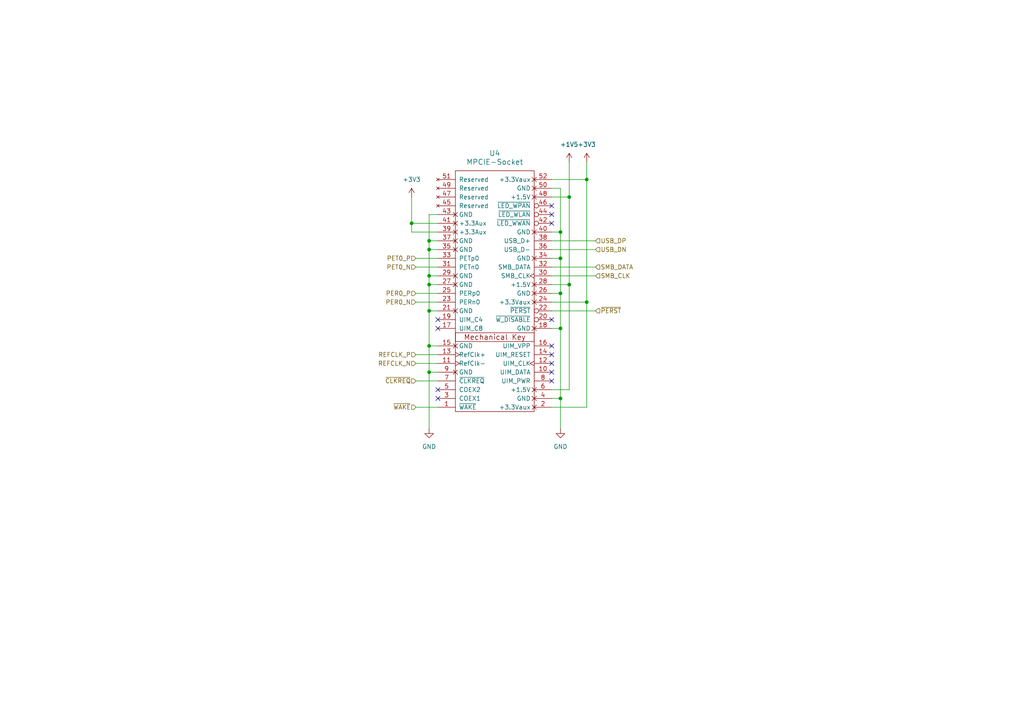
<source format=kicad_sch>
(kicad_sch (version 20250114) (generator "eeschema") (generator_version "9.0")
  (paper "A4")
  (lib_symbols
    (symbol "power:+1V5" (power) (pin_numbers (hide yes)) (pin_names (offset 0) (hide yes))
      (property "Value" "+1V5" (at 0 3.556 0))
      (symbol "+1V5_0_1"
        (polyline (pts (xy -0.762 1.27) (xy 0 2.54)))
        (polyline (pts (xy 0 2.54) (xy 0.762 1.27)))
        (polyline (pts (xy 0 0) (xy 0 2.54)))
      )
      (symbol "+1V5_1_1"
        (pin power_in line (at 0 0 90) (length 0) (name "~") (number "1"))
      )
    )
    (symbol "power:+3V3" (power) (pin_numbers (hide yes)) (pin_names (offset 0) (hide yes))
      (property "Value" "+3V3" (at 0 3.556 0))
      (symbol "+3V3_0_1"
        (polyline (pts (xy -0.762 1.27) (xy 0 2.54)))
        (polyline (pts (xy 0 2.54) (xy 0.762 1.27)))
        (polyline (pts (xy 0 0) (xy 0 2.54)))
      )
      (symbol "+3V3_1_1"
        (pin power_in line (at 0 0 90) (length 0) (name "~") (number "1"))
      )
    )
    (symbol "power:GND" (power) (pin_numbers (hide yes)) (pin_names (offset 0) (hide yes))
      (property "Value" "GND" (at 0 -3.81 0))
      (symbol "GND_0_1"
        (polyline (pts (xy 0 0) (xy 0 -1.27) (xy 1.27 -1.27) (xy 0 -2.54) (xy -1.27 -1.27) (xy 0 -1.27)))
      )
      (symbol "GND_1_1"
        (pin power_in line (at 0 0 270) (length 0) (name "~") (number "1"))
      )
    )
    (symbol "projlib:MPCIE-Socket" (pin_names (offset 1.016))
      (property "Reference" "U" (at -10.16 33.02 0))
      (property "Value" "MPCIE-Socket" (at 2.54 -39.37 0))
      (symbol "MPCIE-Socket_0_0"
        (text "Mechanical Key" (at 0 -16.51 0) (effects (font (size 1.524 1.524))))
      )
      (symbol "MPCIE-Socket_0_1"
        (rectangle (start -11.43 -15.24) (end 11.43 -17.78))
        (rectangle (start -11.43 -38.1) (end 11.43 31.75))
      )
      (symbol "MPCIE-Socket_1_1"
        (pin no_connect line (at -16.51 29.21 0) (length 5.08) (name "Reserved") (number "51"))
        (pin no_connect line (at -16.51 26.67 0) (length 5.08) (name "Reserved") (number "49"))
        (pin no_connect line (at -16.51 24.13 0) (length 5.08) (name "Reserved") (number "47"))
        (pin no_connect line (at -16.51 21.59 0) (length 5.08) (name "Reserved") (number "45"))
        (pin power_in non_logic (at -16.51 19.05 0) (length 5.08) (name "GND") (number "43"))
        (pin power_in non_logic (at -16.51 16.51 0) (length 5.08) (name "+3.3Aux") (number "41"))
        (pin power_in non_logic (at -16.51 13.97 0) (length 5.08) (name "+3.3Aux") (number "39"))
        (pin power_in non_logic (at -16.51 11.43 0) (length 5.08) (name "GND") (number "37"))
        (pin power_in non_logic (at -16.51 8.89 0) (length 5.08) (name "GND") (number "35"))
        (pin bidirectional line (at -16.51 6.35 0) (length 5.08) (name "PETp0") (number "33"))
        (pin bidirectional line (at -16.51 3.81 0) (length 5.08) (name "PETn0") (number "31"))
        (pin power_in non_logic (at -16.51 1.27 0) (length 5.08) (name "GND") (number "29"))
        (pin power_in non_logic (at -16.51 -1.27 0) (length 5.08) (name "GND") (number "27"))
        (pin bidirectional line (at -16.51 -3.81 0) (length 5.08) (name "PERp0") (number "25"))
        (pin bidirectional line (at -16.51 -6.35 0) (length 5.08) (name "PERn0") (number "23"))
        (pin power_in non_logic (at -16.51 -8.89 0) (length 5.08) (name "GND") (number "21"))
        (pin bidirectional line (at -16.51 -11.43 0) (length 5.08) (name "UIM_C4") (number "19"))
        (pin bidirectional line (at -16.51 -13.97 0) (length 5.08) (name "UIM_C8") (number "17"))
        (pin power_in non_logic (at -16.51 -19.05 0) (length 5.08) (name "GND") (number "15"))
        (pin input clock (at -16.51 -21.59 0) (length 5.08) (name "RefClk+") (number "13"))
        (pin input clock (at -16.51 -24.13 0) (length 5.08) (name "RefClk-") (number "11"))
        (pin power_in non_logic (at -16.51 -26.67 0) (length 5.08) (name "GND") (number "9"))
        (pin bidirectional line (at -16.51 -29.21 0) (length 5.08) (name "~{CLKREQ}") (number "7"))
        (pin bidirectional line (at -16.51 -31.75 0) (length 5.08) (name "COEX2") (number "5"))
        (pin bidirectional line (at -16.51 -34.29 0) (length 5.08) (name "COEX1") (number "3"))
        (pin bidirectional line (at -16.51 -36.83 0) (length 5.08) (name "~{WAKE}") (number "1"))
        (pin power_in non_logic (at 16.51 29.21 180) (length 5.08) (name "+3.3Vaux") (number "52"))
        (pin power_in non_logic (at 16.51 26.67 180) (length 5.08) (name "GND") (number "50"))
        (pin power_in non_logic (at 16.51 24.13 180) (length 5.08) (name "+1.5V") (number "48"))
        (pin bidirectional inverted (at 16.51 21.59 180) (length 5.08) (name "~{LED_WPAN}") (number "46"))
        (pin bidirectional inverted (at 16.51 19.05 180) (length 5.08) (name "~{LED_WLAN}") (number "44"))
        (pin bidirectional inverted (at 16.51 16.51 180) (length 5.08) (name "~{LED_WWAN}") (number "42"))
        (pin power_in non_logic (at 16.51 13.97 180) (length 5.08) (name "GND") (number "40"))
        (pin bidirectional line (at 16.51 11.43 180) (length 5.08) (name "USB_D+") (number "38"))
        (pin bidirectional line (at 16.51 8.89 180) (length 5.08) (name "USB_D-") (number "36"))
        (pin power_in non_logic (at 16.51 6.35 180) (length 5.08) (name "GND") (number "34"))
        (pin bidirectional line (at 16.51 3.81 180) (length 5.08) (name "SMB_DATA") (number "32"))
        (pin bidirectional clock (at 16.51 1.27 180) (length 5.08) (name "SMB_CLK") (number "30"))
        (pin power_in non_logic (at 16.51 -1.27 180) (length 5.08) (name "+1.5V") (number "28"))
        (pin power_in non_logic (at 16.51 -3.81 180) (length 5.08) (name "GND") (number "26"))
        (pin power_in non_logic (at 16.51 -6.35 180) (length 5.08) (name "+3.3Vaux") (number "24"))
        (pin bidirectional inverted (at 16.51 -8.89 180) (length 5.08) (name "~{PERST}") (number "22"))
        (pin bidirectional inverted (at 16.51 -11.43 180) (length 5.08) (name "~{W_DISABLE}") (number "20"))
        (pin power_in non_logic (at 16.51 -13.97 180) (length 5.08) (name "GND") (number "18"))
        (pin bidirectional line (at 16.51 -19.05 180) (length 5.08) (name "UIM_VPP") (number "16"))
        (pin bidirectional line (at 16.51 -21.59 180) (length 5.08) (name "UIM_RESET") (number "14"))
        (pin bidirectional clock (at 16.51 -24.13 180) (length 5.08) (name "UIM_CLK") (number "12"))
        (pin bidirectional line (at 16.51 -26.67 180) (length 5.08) (name "UIM_DATA") (number "10"))
        (pin bidirectional line (at 16.51 -29.21 180) (length 5.08) (name "UIM_PWR") (number "8"))
        (pin power_in non_logic (at 16.51 -31.75 180) (length 5.08) (name "+1.5V") (number "6"))
        (pin power_in non_logic (at 16.51 -34.29 180) (length 5.08) (name "GND") (number "4"))
        (pin power_in non_logic (at 16.51 -36.83 180) (length 5.08) (name "+3.3Vaux") (number "2"))
      )
    )
  )
  (junction (at 124.46 90.17))
  (junction (at 165.1 82.55))
  (junction (at 124.46 100.33))
  (junction (at 162.56 85.09))
  (junction (at 165.1 57.15))
  (junction (at 124.46 72.39))
  (junction (at 162.56 67.31))
  (junction (at 162.56 74.93))
  (junction (at 162.56 115.57))
  (junction (at 124.46 80.01))
  (junction (at 124.46 69.85))
  (junction (at 170.18 52.07))
  (junction (at 124.46 107.95))
  (junction (at 170.18 87.63))
  (junction (at 124.46 82.55))
  (junction (at 119.38 64.77))
  (junction (at 162.56 95.25))
  (no_connect (at 127 95.25))
  (no_connect (at 160.02 62.23))
  (no_connect (at 160.02 105.41))
  (no_connect (at 160.02 107.95))
  (no_connect (at 127 113.03))
  (no_connect (at 160.02 110.49))
  (no_connect (at 160.02 64.77))
  (no_connect (at 160.02 92.71))
  (no_connect (at 160.02 100.33))
  (no_connect (at 127 115.57))
  (no_connect (at 127 92.71))
  (no_connect (at 160.02 102.87))
  (no_connect (at 160.02 59.69))
  (wire (pts (xy 124.46 80.01) (xy 124.46 82.55)))
  (wire (pts (xy 124.46 107.95) (xy 124.46 124.46)))
  (wire (pts (xy 124.46 69.85) (xy 124.46 72.39)))
  (wire (pts (xy 162.56 85.09) (xy 162.56 95.25)))
  (wire (pts (xy 160.02 72.39) (xy 172.72 72.39)))
  (wire (pts (xy 160.02 85.09) (xy 162.56 85.09)))
  (wire (pts (xy 160.02 95.25) (xy 162.56 95.25)))
  (wire (pts (xy 160.02 57.15) (xy 165.1 57.15)))
  (wire (pts (xy 160.02 82.55) (xy 165.1 82.55)))
  (wire (pts (xy 127 62.23) (xy 124.46 62.23)))
  (wire (pts (xy 124.46 82.55) (xy 127 82.55)))
  (wire (pts (xy 120.65 77.47) (xy 127 77.47)))
  (wire (pts (xy 120.65 87.63) (xy 127 87.63)))
  (wire (pts (xy 162.56 95.25) (xy 162.56 115.57)))
  (wire (pts (xy 160.02 69.85) (xy 172.72 69.85)))
  (wire (pts (xy 170.18 87.63) (xy 170.18 52.07)))
  (wire (pts (xy 165.1 82.55) (xy 165.1 57.15)))
  (wire (pts (xy 120.65 118.11) (xy 127 118.11)))
  (wire (pts (xy 160.02 80.01) (xy 172.72 80.01)))
  (wire (pts (xy 120.65 74.93) (xy 127 74.93)))
  (wire (pts (xy 162.56 54.61) (xy 162.56 67.31)))
  (wire (pts (xy 160.02 115.57) (xy 162.56 115.57)))
  (wire (pts (xy 124.46 72.39) (xy 127 72.39)))
  (wire (pts (xy 170.18 52.07) (xy 170.18 46.99)))
  (wire (pts (xy 160.02 113.03) (xy 165.1 113.03)))
  (wire (pts (xy 124.46 80.01) (xy 127 80.01)))
  (wire (pts (xy 124.46 82.55) (xy 124.46 90.17)))
  (wire (pts (xy 120.65 85.09) (xy 127 85.09)))
  (wire (pts (xy 124.46 90.17) (xy 124.46 100.33)))
  (wire (pts (xy 162.56 115.57) (xy 162.56 124.46)))
  (wire (pts (xy 124.46 72.39) (xy 124.46 80.01)))
  (wire (pts (xy 119.38 64.77) (xy 127 64.77)))
  (wire (pts (xy 124.46 107.95) (xy 127 107.95)))
  (wire (pts (xy 165.1 57.15) (xy 165.1 46.99)))
  (wire (pts (xy 160.02 54.61) (xy 162.56 54.61)))
  (wire (pts (xy 124.46 90.17) (xy 127 90.17)))
  (wire (pts (xy 124.46 69.85) (xy 127 69.85)))
  (wire (pts (xy 165.1 113.03) (xy 165.1 82.55)))
  (wire (pts (xy 119.38 67.31) (xy 127 67.31)))
  (wire (pts (xy 162.56 74.93) (xy 162.56 85.09)))
  (wire (pts (xy 119.38 57.15) (xy 119.38 64.77)))
  (wire (pts (xy 124.46 100.33) (xy 124.46 107.95)))
  (wire (pts (xy 170.18 118.11) (xy 170.18 87.63)))
  (wire (pts (xy 124.46 62.23) (xy 124.46 69.85)))
  (wire (pts (xy 120.65 102.87) (xy 127 102.87)))
  (wire (pts (xy 160.02 74.93) (xy 162.56 74.93)))
  (wire (pts (xy 120.65 105.41) (xy 127 105.41)))
  (wire (pts (xy 162.56 67.31) (xy 162.56 74.93)))
  (wire (pts (xy 160.02 118.11) (xy 170.18 118.11)))
  (wire (pts (xy 160.02 52.07) (xy 170.18 52.07)))
  (wire (pts (xy 160.02 87.63) (xy 170.18 87.63)))
  (wire (pts (xy 160.02 90.17) (xy 172.72 90.17)))
  (wire (pts (xy 120.65 110.49) (xy 127 110.49)))
  (wire (pts (xy 119.38 64.77) (xy 119.38 67.31)))
  (wire (pts (xy 160.02 77.47) (xy 172.72 77.47)))
  (wire (pts (xy 160.02 67.31) (xy 162.56 67.31)))
  (wire (pts (xy 124.46 100.33) (xy 127 100.33)))
  (hierarchical_label "PER0_P" (shape input) (at 120.65 85.09 180))
  (hierarchical_label "SMB_DATA" (shape input) (at 172.72 77.47 0))
  (hierarchical_label "USB_DN" (shape input) (at 172.72 72.39 0))
  (hierarchical_label "PET0_N" (shape input) (at 120.65 77.47 180))
  (hierarchical_label "USB_DP" (shape input) (at 172.72 69.85 0))
  (hierarchical_label "REFCLK_P" (shape input) (at 120.65 102.87 180))
  (hierarchical_label "PER0_N" (shape input) (at 120.65 87.63 180))
  (hierarchical_label "~{WAKE}" (shape input) (at 120.65 118.11 180))
  (hierarchical_label "PET0_P" (shape input) (at 120.65 74.93 180))
  (hierarchical_label "~{CLKREQ}" (shape input) (at 120.65 110.49 180))
  (hierarchical_label "~{PERST}" (shape input) (at 172.72 90.17 0))
  (hierarchical_label "SMB_CLK" (shape input) (at 172.72 80.01 0))
  (hierarchical_label "REFCLK_N" (shape input) (at 120.65 105.41 180))
  (symbol (lib_id "power:GND") (at 162.56 124.46 0) (unit 1)
    (property "Reference" "#PWR040" (effects (hide yes)))
    (property "Value" "GND" (at 162.56 129.54 0))
    (property "Description" "Power symbol creates a global label with name \"GND\" , ground" (effects (hide yes)))
  )
  (symbol (lib_id "power:+3V3") (at 119.38 57.15 0) (unit 1)
    (property "Reference" "#PWR038" (effects (hide yes)))
    (property "Value" "+3V3" (at 119.38 52.07 0))
    (property "Description" "Power symbol creates a global label with name \"+3V3\"" (effects (hide yes)))
  )
  (symbol (lib_id "power:GND") (at 124.46 124.46 0) (unit 1)
    (property "Reference" "#PWR039" (effects (hide yes)))
    (property "Value" "GND" (at 124.46 129.54 0))
    (property "Description" "Power symbol creates a global label with name \"GND\" , ground" (effects (hide yes)))
  )
  (symbol (lib_id "power:+1V5") (at 165.1 46.99 0) (unit 1)
    (property "Reference" "#PWR041" (effects (hide yes)))
    (property "Value" "+1V5" (at 165.1 41.91 0))
    (property "Description" "Power symbol creates a global label with name \"+1V5\"" (effects (hide yes)))
  )
  (symbol (lib_id "power:+3V3") (at 170.18 46.99 0) (unit 1)
    (property "Reference" "#PWR042" (effects (hide yes)))
    (property "Value" "+3V3" (at 170.18 41.91 0))
    (property "Description" "Power symbol creates a global label with name \"+3V3\"" (effects (hide yes)))
  )
  (symbol (lib_id "projlib:MPCIE-Socket") (at 143.51 81.28 0) (unit 1)
    (property "Reference" "U4" (at 143.51 44.45 0) (effects (font (size 1.524 1.524))))
    (property "Value" "MPCIE-Socket" (at 143.51 46.99 0) (effects (font (size 1.524 1.524))))
    (property "Footprint" "projlib:mpcie-full-card" (effects (hide yes)))
  )
)
</source>
